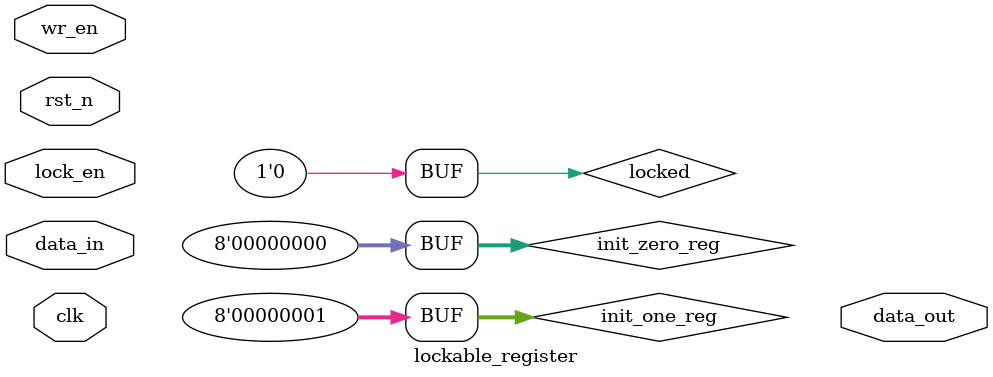
<source format=v>
module lockable_register(
    input wire clk, rst_n,
    input wire lock_en,
    input wire [7:0] data_in,
    input wire wr_en,
    output reg [7:0] data_out
);

reg locked = 0;

//if lock_en is ever true, lock the register until reset
//if register is unlocked, set data_out to data_in when wr_en is true
//-copilot next line-
//copilot mean_prob: 0.4332031421701726

reg init_zero;
wire[7:0] init_zero_reg = 0;
reg init_one;
wire[7:0] init_one_reg = 1;





endmodule
</source>
